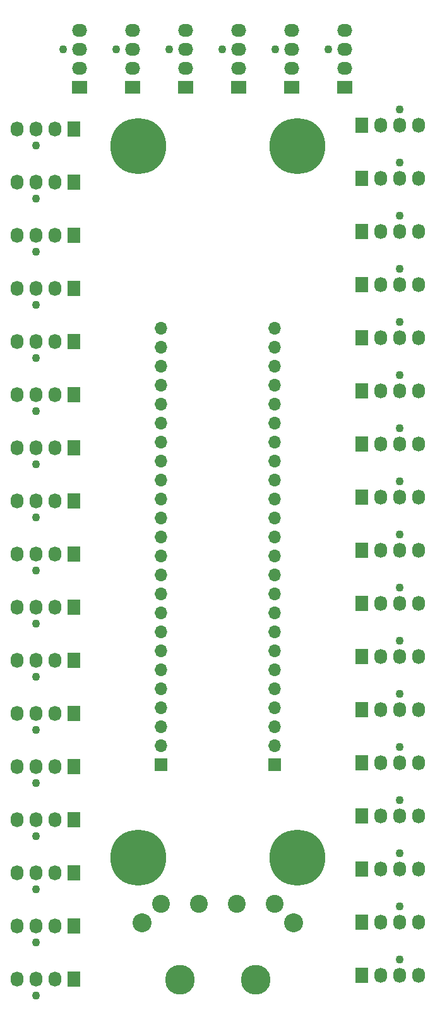
<source format=gbr>
%TF.GenerationSoftware,KiCad,Pcbnew,(5.1.8)-1*%
%TF.CreationDate,2021-05-23T23:23:44-05:00*%
%TF.ProjectId,CircuitBoardV2,43697263-7569-4744-926f-61726456322e,rev?*%
%TF.SameCoordinates,Original*%
%TF.FileFunction,Soldermask,Bot*%
%TF.FilePolarity,Negative*%
%FSLAX46Y46*%
G04 Gerber Fmt 4.6, Leading zero omitted, Abs format (unit mm)*
G04 Created by KiCad (PCBNEW (5.1.8)-1) date 2021-05-23 23:23:44*
%MOMM*%
%LPD*%
G01*
G04 APERTURE LIST*
%ADD10C,1.100000*%
%ADD11O,1.730000X2.030000*%
%ADD12R,1.730000X2.030000*%
%ADD13O,1.700000X1.700000*%
%ADD14R,1.700000X1.700000*%
%ADD15C,7.500000*%
%ADD16C,2.540000*%
%ADD17C,3.990000*%
%ADD18C,2.400000*%
%ADD19O,2.030000X1.730000*%
%ADD20R,2.030000X1.730000*%
G04 APERTURE END LIST*
D10*
%TO.C,J31*%
X102616000Y-96140000D03*
D11*
X100076000Y-93980000D03*
X102616000Y-93980000D03*
X105156000Y-93980000D03*
D12*
X107696000Y-93980000D03*
%TD*%
D13*
%TO.C,J21*%
X134620000Y-85090000D03*
X134620000Y-87630000D03*
X134620000Y-90170000D03*
X134620000Y-92710000D03*
X134620000Y-95250000D03*
X134620000Y-97790000D03*
X134620000Y-100330000D03*
X134620000Y-102870000D03*
X134620000Y-105410000D03*
X134620000Y-107950000D03*
X134620000Y-110490000D03*
X134620000Y-113030000D03*
X134620000Y-115570000D03*
X134620000Y-118110000D03*
X134620000Y-120650000D03*
X134620000Y-123190000D03*
X134620000Y-125730000D03*
X134620000Y-128270000D03*
X134620000Y-130810000D03*
X134620000Y-133350000D03*
X134620000Y-135890000D03*
X134620000Y-138430000D03*
X134620000Y-140970000D03*
D14*
X134620000Y-143510000D03*
%TD*%
D15*
%TO.C,REF\u002A\u002A*%
X137668000Y-60706000D03*
%TD*%
%TO.C,REF\u002A\u002A*%
X116332000Y-60706000D03*
%TD*%
%TO.C,REF\u002A\u002A*%
X137668000Y-155956000D03*
%TD*%
%TO.C,REF\u002A\u002A*%
X116332000Y-155956000D03*
%TD*%
D10*
%TO.C,J37*%
X102616000Y-138812000D03*
D11*
X100076000Y-136652000D03*
X102616000Y-136652000D03*
X105156000Y-136652000D03*
D12*
X107696000Y-136652000D03*
%TD*%
%TO.C,J40*%
X107696000Y-157988000D03*
D11*
X105156000Y-157988000D03*
X102616000Y-157988000D03*
X100076000Y-157988000D03*
D10*
X102616000Y-160148000D03*
%TD*%
%TO.C,J5*%
X151384000Y-69976000D03*
D11*
X153924000Y-72136000D03*
X151384000Y-72136000D03*
X148844000Y-72136000D03*
D12*
X146304000Y-72136000D03*
%TD*%
D10*
%TO.C,J1*%
X151384000Y-91312000D03*
D11*
X153924000Y-93472000D03*
X151384000Y-93472000D03*
X148844000Y-93472000D03*
D12*
X146304000Y-93472000D03*
%TD*%
D10*
%TO.C,J3*%
X151384000Y-98424000D03*
D11*
X153924000Y-100584000D03*
X151384000Y-100584000D03*
X148844000Y-100584000D03*
D12*
X146304000Y-100584000D03*
%TD*%
D10*
%TO.C,J35*%
X102616000Y-124588000D03*
D11*
X100076000Y-122428000D03*
X102616000Y-122428000D03*
X105156000Y-122428000D03*
D12*
X107696000Y-122428000D03*
%TD*%
%TO.C,J38*%
X107696000Y-143764000D03*
D11*
X105156000Y-143764000D03*
X102616000Y-143764000D03*
X100076000Y-143764000D03*
D10*
X102616000Y-145924000D03*
%TD*%
%TO.C,J36*%
X102616000Y-131700000D03*
D11*
X100076000Y-129540000D03*
X102616000Y-129540000D03*
X105156000Y-129540000D03*
D12*
X107696000Y-129540000D03*
%TD*%
%TO.C,J39*%
X107696000Y-150876000D03*
D11*
X105156000Y-150876000D03*
X102616000Y-150876000D03*
X100076000Y-150876000D03*
D10*
X102616000Y-153036000D03*
%TD*%
D12*
%TO.C,J41*%
X107696000Y-165100000D03*
D11*
X105156000Y-165100000D03*
X102616000Y-165100000D03*
X100076000Y-165100000D03*
D10*
X102616000Y-167260000D03*
%TD*%
D16*
%TO.C,JMolex1*%
X116840000Y-164635000D03*
D17*
X121920000Y-172255000D03*
X132080000Y-172255000D03*
D16*
X137160000Y-164635000D03*
D18*
X134620000Y-162095000D03*
X129540000Y-162095000D03*
X124460000Y-162095000D03*
X119380000Y-162095000D03*
%TD*%
D12*
%TO.C,J42*%
X107696000Y-172212000D03*
D11*
X105156000Y-172212000D03*
X102616000Y-172212000D03*
X100076000Y-172212000D03*
D10*
X102616000Y-174372000D03*
%TD*%
%TO.C,J34*%
X102616000Y-117476000D03*
D11*
X100076000Y-115316000D03*
X102616000Y-115316000D03*
X105156000Y-115316000D03*
D12*
X107696000Y-115316000D03*
%TD*%
D10*
%TO.C,J33*%
X102616000Y-110364000D03*
D11*
X100076000Y-108204000D03*
X102616000Y-108204000D03*
X105156000Y-108204000D03*
D12*
X107696000Y-108204000D03*
%TD*%
D10*
%TO.C,J32*%
X102616000Y-103252000D03*
D11*
X100076000Y-101092000D03*
X102616000Y-101092000D03*
X105156000Y-101092000D03*
D12*
X107696000Y-101092000D03*
%TD*%
D10*
%TO.C,J30*%
X102616000Y-89028000D03*
D11*
X100076000Y-86868000D03*
X102616000Y-86868000D03*
X105156000Y-86868000D03*
D12*
X107696000Y-86868000D03*
%TD*%
D10*
%TO.C,J29*%
X102616000Y-81916000D03*
D11*
X100076000Y-79756000D03*
X102616000Y-79756000D03*
X105156000Y-79756000D03*
D12*
X107696000Y-79756000D03*
%TD*%
D10*
%TO.C,J28*%
X102616000Y-74804000D03*
D11*
X100076000Y-72644000D03*
X102616000Y-72644000D03*
X105156000Y-72644000D03*
D12*
X107696000Y-72644000D03*
%TD*%
D10*
%TO.C,J27*%
X102616000Y-67692000D03*
D11*
X100076000Y-65532000D03*
X102616000Y-65532000D03*
X105156000Y-65532000D03*
D12*
X107696000Y-65532000D03*
%TD*%
D10*
%TO.C,J26*%
X151384000Y-55752000D03*
D11*
X153924000Y-57912000D03*
X151384000Y-57912000D03*
X148844000Y-57912000D03*
D12*
X146304000Y-57912000D03*
%TD*%
D10*
%TO.C,J25*%
X141858000Y-47752000D03*
D19*
X144018000Y-45212000D03*
X144018000Y-47752000D03*
X144018000Y-50292000D03*
D20*
X144018000Y-52832000D03*
%TD*%
D10*
%TO.C,J24*%
X134746000Y-47752000D03*
D19*
X136906000Y-45212000D03*
X136906000Y-47752000D03*
X136906000Y-50292000D03*
D20*
X136906000Y-52832000D03*
%TD*%
D10*
%TO.C,J23*%
X127634000Y-47752000D03*
D19*
X129794000Y-45212000D03*
X129794000Y-47752000D03*
X129794000Y-50292000D03*
D20*
X129794000Y-52832000D03*
%TD*%
D13*
%TO.C,J22*%
X119380000Y-85090000D03*
X119380000Y-87630000D03*
X119380000Y-90170000D03*
X119380000Y-92710000D03*
X119380000Y-95250000D03*
X119380000Y-97790000D03*
X119380000Y-100330000D03*
X119380000Y-102870000D03*
X119380000Y-105410000D03*
X119380000Y-107950000D03*
X119380000Y-110490000D03*
X119380000Y-113030000D03*
X119380000Y-115570000D03*
X119380000Y-118110000D03*
X119380000Y-120650000D03*
X119380000Y-123190000D03*
X119380000Y-125730000D03*
X119380000Y-128270000D03*
X119380000Y-130810000D03*
X119380000Y-133350000D03*
X119380000Y-135890000D03*
X119380000Y-138430000D03*
X119380000Y-140970000D03*
D14*
X119380000Y-143510000D03*
%TD*%
D10*
%TO.C,J20*%
X151384000Y-105536000D03*
D11*
X153924000Y-107696000D03*
X151384000Y-107696000D03*
X148844000Y-107696000D03*
D12*
X146304000Y-107696000D03*
%TD*%
D10*
%TO.C,J19*%
X151384000Y-112648000D03*
D11*
X153924000Y-114808000D03*
X151384000Y-114808000D03*
X148844000Y-114808000D03*
D12*
X146304000Y-114808000D03*
%TD*%
D10*
%TO.C,J18*%
X151384000Y-119760000D03*
D11*
X153924000Y-121920000D03*
X151384000Y-121920000D03*
X148844000Y-121920000D03*
D12*
X146304000Y-121920000D03*
%TD*%
D10*
%TO.C,J17*%
X151384000Y-126872000D03*
D11*
X153924000Y-129032000D03*
X151384000Y-129032000D03*
X148844000Y-129032000D03*
D12*
X146304000Y-129032000D03*
%TD*%
D10*
%TO.C,J16*%
X151384000Y-133984000D03*
D11*
X153924000Y-136144000D03*
X151384000Y-136144000D03*
X148844000Y-136144000D03*
D12*
X146304000Y-136144000D03*
%TD*%
D10*
%TO.C,J15*%
X151384000Y-141096000D03*
D11*
X153924000Y-143256000D03*
X151384000Y-143256000D03*
X148844000Y-143256000D03*
D12*
X146304000Y-143256000D03*
%TD*%
D10*
%TO.C,J14*%
X151384000Y-148208000D03*
D11*
X153924000Y-150368000D03*
X151384000Y-150368000D03*
X148844000Y-150368000D03*
D12*
X146304000Y-150368000D03*
%TD*%
D10*
%TO.C,J13*%
X151384000Y-155320000D03*
D11*
X153924000Y-157480000D03*
X151384000Y-157480000D03*
X148844000Y-157480000D03*
D12*
X146304000Y-157480000D03*
%TD*%
D10*
%TO.C,J12*%
X151384000Y-162432000D03*
D11*
X153924000Y-164592000D03*
X151384000Y-164592000D03*
X148844000Y-164592000D03*
D12*
X146304000Y-164592000D03*
%TD*%
D10*
%TO.C,J11*%
X151384000Y-169544000D03*
D11*
X153924000Y-171704000D03*
X151384000Y-171704000D03*
X148844000Y-171704000D03*
D12*
X146304000Y-171704000D03*
%TD*%
D10*
%TO.C,J10*%
X120522000Y-47752000D03*
D19*
X122682000Y-45212000D03*
X122682000Y-47752000D03*
X122682000Y-50292000D03*
D20*
X122682000Y-52832000D03*
%TD*%
D10*
%TO.C,J9*%
X106298000Y-47752000D03*
D19*
X108458000Y-45212000D03*
X108458000Y-47752000D03*
X108458000Y-50292000D03*
D20*
X108458000Y-52832000D03*
%TD*%
D10*
%TO.C,J8*%
X102616000Y-60580000D03*
D11*
X100076000Y-58420000D03*
X102616000Y-58420000D03*
X105156000Y-58420000D03*
D12*
X107696000Y-58420000D03*
%TD*%
D10*
%TO.C,J7*%
X151384000Y-62864000D03*
D11*
X153924000Y-65024000D03*
X151384000Y-65024000D03*
X148844000Y-65024000D03*
D12*
X146304000Y-65024000D03*
%TD*%
D10*
%TO.C,J6*%
X113410000Y-47752000D03*
D19*
X115570000Y-45212000D03*
X115570000Y-47752000D03*
X115570000Y-50292000D03*
D20*
X115570000Y-52832000D03*
%TD*%
D10*
%TO.C,J4*%
X151384000Y-77088000D03*
D11*
X153924000Y-79248000D03*
X151384000Y-79248000D03*
X148844000Y-79248000D03*
D12*
X146304000Y-79248000D03*
%TD*%
D10*
%TO.C,J2*%
X151384000Y-84200000D03*
D11*
X153924000Y-86360000D03*
X151384000Y-86360000D03*
X148844000Y-86360000D03*
D12*
X146304000Y-86360000D03*
%TD*%
M02*

</source>
